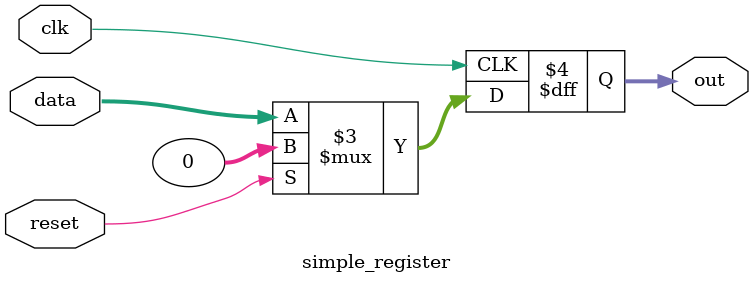
<source format=v>
module simple_register #(parameter W=32)(clk, reset, data, out);
	input clk;
	input wire [(W-1):0] data;
	input wire reset;
	output reg [(W-1):0] out;
	
	always @(posedge clk)
		out = (reset==1) ? 0 : data;
endmodule 
</source>
